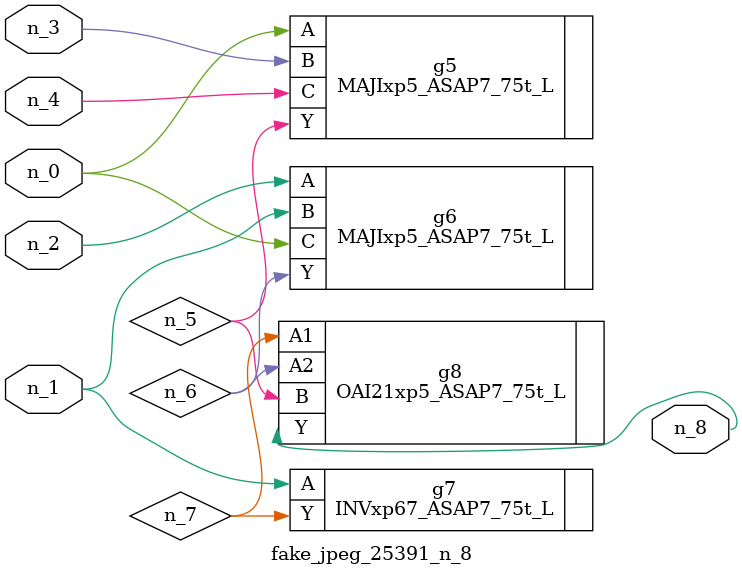
<source format=v>
module fake_jpeg_25391_n_8 (n_3, n_2, n_1, n_0, n_4, n_8);

input n_3;
input n_2;
input n_1;
input n_0;
input n_4;

output n_8;

wire n_6;
wire n_5;
wire n_7;

MAJIxp5_ASAP7_75t_L g5 ( 
.A(n_0),
.B(n_3),
.C(n_4),
.Y(n_5)
);

MAJIxp5_ASAP7_75t_L g6 ( 
.A(n_2),
.B(n_1),
.C(n_0),
.Y(n_6)
);

INVxp67_ASAP7_75t_L g7 ( 
.A(n_1),
.Y(n_7)
);

OAI21xp5_ASAP7_75t_L g8 ( 
.A1(n_7),
.A2(n_6),
.B(n_5),
.Y(n_8)
);


endmodule
</source>
